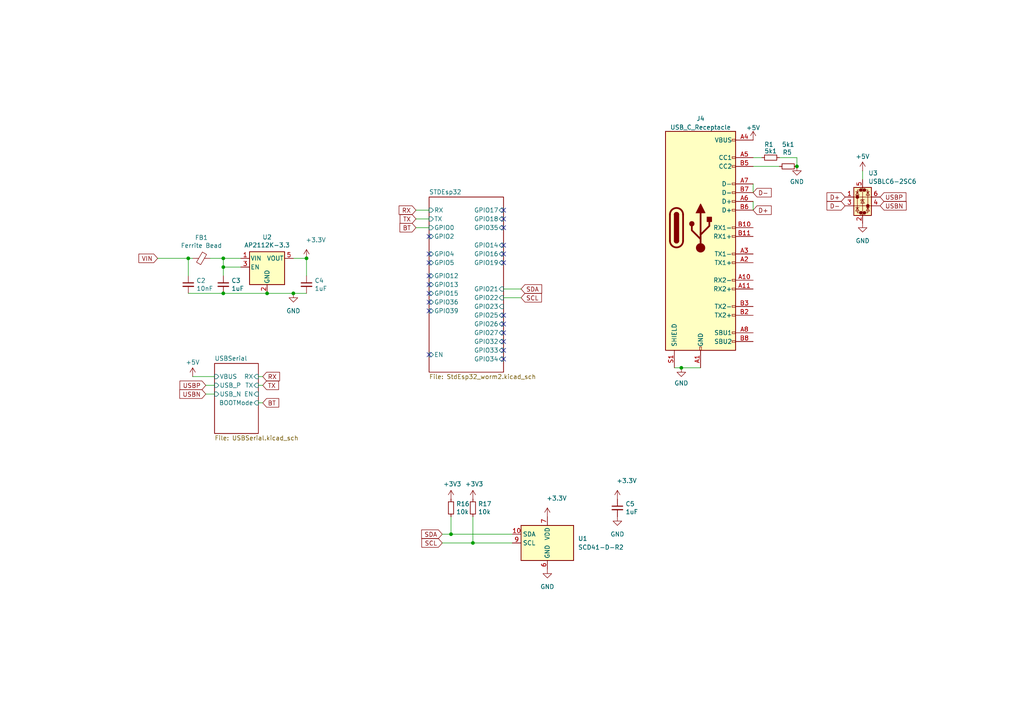
<source format=kicad_sch>
(kicad_sch (version 20250114) (generator "eeschema") (generator_version "9.0")
  (paper "A4")
  (lib_symbols
    (symbol "+3.3V_1" (power) (pin_names (offset 0))
      (property "Value" "+3.3V_1" (at 0 3.556 0))
      (symbol "+3.3V_1_0_1"
        (polyline (pts (xy -0.762 1.27) (xy 0 2.54)))
        (polyline (pts (xy 0 2.54) (xy 0.762 1.27)))
        (polyline (pts (xy 0 0) (xy 0 2.54)))
      )
      (symbol "+3.3V_1_1_1"
        (pin power_in line (at 0 0 90) (length 0) (hide yes) (name "+3.3V") (number "1"))
      )
    )
    (symbol "Connector:USB_C_Receptacle" (pin_names (offset 1.016))
      (property "Reference" "J" (at -10.16 29.21 0))
      (property "Value" "USB_C_Receptacle" (at 10.16 29.21 0))
      (symbol "USB_C_Receptacle_0_0"
        (rectangle (start -0.254 -35.56) (end 0.254 -34.544))
        (rectangle (start 10.16 25.654) (end 9.144 25.146))
        (rectangle (start 10.16 20.574) (end 9.144 20.066))
        (rectangle (start 10.16 18.034) (end 9.144 17.526))
        (rectangle (start 10.16 12.954) (end 9.144 12.446))
        (rectangle (start 10.16 10.414) (end 9.144 9.906))
        (rectangle (start 10.16 7.874) (end 9.144 7.366))
        (rectangle (start 10.16 5.334) (end 9.144 4.826))
        (rectangle (start 10.16 0.254) (end 9.144 -0.254))
        (rectangle (start 10.16 -2.286) (end 9.144 -2.794))
        (rectangle (start 10.16 -7.366) (end 9.144 -7.874))
        (rectangle (start 10.16 -9.906) (end 9.144 -10.414))
        (rectangle (start 10.16 -14.986) (end 9.144 -15.494))
        (rectangle (start 10.16 -17.526) (end 9.144 -18.034))
        (rectangle (start 10.16 -22.606) (end 9.144 -23.114))
        (rectangle (start 10.16 -25.146) (end 9.144 -25.654))
        (rectangle (start 10.16 -30.226) (end 9.144 -30.734))
        (rectangle (start 10.16 -32.766) (end 9.144 -33.274))
      )
      (symbol "USB_C_Receptacle_0_1"
        (rectangle (start -10.16 27.94) (end 10.16 -35.56) (stroke (width 0.254)) (fill (type background)))
        (polyline (pts (xy -8.89 -3.81) (xy -8.89 3.81)) (stroke (width 0.508)))
        (rectangle (start -7.62 -3.81) (end -6.35 3.81) (stroke (width 0.254)) (fill (type outline)))
        (arc (start -7.62 3.81) (mid -6.985 4.4422) (end -6.35 3.81) (stroke (width 0.254)))
        (arc (start -7.62 3.81) (mid -6.985 4.4422) (end -6.35 3.81) (stroke (width 0.254)) (fill (type outline)))
        (arc (start -8.89 3.81) (mid -6.985 5.7066) (end -5.08 3.81) (stroke (width 0.508)))
        (arc (start -5.08 -3.81) (mid -6.985 -5.7066) (end -8.89 -3.81) (stroke (width 0.508)))
        (arc (start -6.35 -3.81) (mid -6.985 -4.4422) (end -7.62 -3.81) (stroke (width 0.254)))
        (arc (start -6.35 -3.81) (mid -6.985 -4.4422) (end -7.62 -3.81) (stroke (width 0.254)) (fill (type outline)))
        (polyline (pts (xy -5.08 3.81) (xy -5.08 -3.81)) (stroke (width 0.508)))
      )
      (symbol "USB_C_Receptacle_1_1"
        (circle (center -2.54 1.143) (radius 0.635) (stroke (width 0.254)) (fill (type outline)))
        (polyline (pts (xy -1.27 4.318) (xy 0 6.858) (xy 1.27 4.318) (xy -1.27 4.318)) (stroke (width 0.254)) (fill (type outline)))
        (polyline (pts (xy 0 -2.032) (xy 2.54 0.508) (xy 2.54 1.778)) (stroke (width 0.508)))
        (polyline (pts (xy 0 -3.302) (xy -2.54 -0.762) (xy -2.54 0.508)) (stroke (width 0.508)))
        (polyline (pts (xy 0 -5.842) (xy 0 4.318)) (stroke (width 0.508)))
        (circle (center 0 -5.842) (radius 1.27) (fill (type outline)))
        (rectangle (start 1.905 1.778) (end 3.175 3.048) (stroke (width 0.254)) (fill (type outline)))
        (pin passive line (at -7.62 -40.64 90) (length 5.08) (name "SHIELD") (number "S1"))
        (pin passive line (at 0 -40.64 90) (length 5.08) (name "GND") (number "A1"))
        (pin passive line (at 0 -40.64 90) (length 5.08) (hide yes) (name "GND") (number "A12"))
        (pin passive line (at 0 -40.64 90) (length 5.08) (hide yes) (name "GND") (number "B1"))
        (pin passive line (at 0 -40.64 90) (length 5.08) (hide yes) (name "GND") (number "B12"))
        (pin passive line (at 15.24 25.4 180) (length 5.08) (name "VBUS") (number "A4"))
        (pin passive line (at 15.24 25.4 180) (length 5.08) (hide yes) (name "VBUS") (number "A9"))
        (pin passive line (at 15.24 25.4 180) (length 5.08) (hide yes) (name "VBUS") (number "B4"))
        (pin passive line (at 15.24 25.4 180) (length 5.08) (hide yes) (name "VBUS") (number "B9"))
        (pin bidirectional line (at 15.24 20.32 180) (length 5.08) (name "CC1") (number "A5"))
        (pin bidirectional line (at 15.24 17.78 180) (length 5.08) (name "CC2") (number "B5"))
        (pin bidirectional line (at 15.24 12.7 180) (length 5.08) (name "D-") (number "A7"))
        (pin bidirectional line (at 15.24 10.16 180) (length 5.08) (name "D-") (number "B7"))
        (pin bidirectional line (at 15.24 7.62 180) (length 5.08) (name "D+") (number "A6"))
        (pin bidirectional line (at 15.24 5.08 180) (length 5.08) (name "D+") (number "B6"))
        (pin bidirectional line (at 15.24 0 180) (length 5.08) (name "RX1-") (number "B10"))
        (pin bidirectional line (at 15.24 -2.54 180) (length 5.08) (name "RX1+") (number "B11"))
        (pin bidirectional line (at 15.24 -7.62 180) (length 5.08) (name "TX1-") (number "A3"))
        (pin bidirectional line (at 15.24 -10.16 180) (length 5.08) (name "TX1+") (number "A2"))
        (pin bidirectional line (at 15.24 -15.24 180) (length 5.08) (name "RX2-") (number "A10"))
        (pin bidirectional line (at 15.24 -17.78 180) (length 5.08) (name "RX2+") (number "A11"))
        (pin bidirectional line (at 15.24 -22.86 180) (length 5.08) (name "TX2-") (number "B3"))
        (pin bidirectional line (at 15.24 -25.4 180) (length 5.08) (name "TX2+") (number "B2"))
        (pin bidirectional line (at 15.24 -30.48 180) (length 5.08) (name "SBU1") (number "A8"))
        (pin bidirectional line (at 15.24 -33.02 180) (length 5.08) (name "SBU2") (number "B8"))
      )
    )
    (symbol "Device:C_Small" (pin_numbers (hide yes)) (pin_names (offset 0.254) (hide yes))
      (property "Reference" "C" (at 0.254 1.778 0))
      (property "Value" "C_Small" (at 0.254 -2.032 0))
      (symbol "C_Small_0_1"
        (polyline (pts (xy -1.524 0.508) (xy 1.524 0.508)) (stroke (width 0.3048)))
        (polyline (pts (xy -1.524 -0.508) (xy 1.524 -0.508)) (stroke (width 0.3302)))
      )
      (symbol "C_Small_1_1"
        (pin passive line (at 0 2.54 270) (length 2.032) (name "~") (number "1"))
        (pin passive line (at 0 -2.54 90) (length 2.032) (name "~") (number "2"))
      )
    )
    (symbol "Device:R_Small" (pin_numbers (hide yes)) (pin_names (offset 0.254) (hide yes))
      (property "Reference" "R" (at 0 0 90))
      (property "Value" "R_Small" (at 1.778 0 90))
      (symbol "R_Small_0_1"
        (rectangle (start -0.762 1.778) (end 0.762 -1.778) (stroke (width 0.2032)))
      )
      (symbol "R_Small_1_1"
        (pin passive line (at 0 2.54 270) (length 0.762) (name "~") (number "1"))
        (pin passive line (at 0 -2.54 90) (length 0.762) (name "~") (number "2"))
      )
    )
    (symbol "GND_7" (power) (pin_names (offset 0))
      (property "Value" "GND_7" (at 0 -3.81 0))
      (symbol "GND_7_0_1"
        (polyline (pts (xy 0 0) (xy 0 -1.27) (xy 1.27 -1.27) (xy 0 -2.54) (xy -1.27 -1.27) (xy 0 -1.27)))
      )
      (symbol "GND_7_1_1"
        (pin power_in line (at 0 0 270) (length 0) (hide yes) (name "GND") (number "1"))
      )
    )
    (symbol "Power_Protection:USBLC6-2SC6" (pin_names (hide yes))
      (property "Reference" "U" (at 0.635 5.715 0))
      (property "Value" "USBLC6-2SC6" (at 0.635 3.81 0))
      (symbol "USBLC6-2SC6_0_0"
        (circle (center -1.524 0) (radius 0.0001) (stroke (width 0.508)))
        (circle (center -0.508 2.032) (radius 0.0001) (stroke (width 0.508)))
        (circle (center -0.508 -4.572) (radius 0.0001) (stroke (width 0.508)))
        (circle (center 0.508 2.032) (radius 0.0001) (stroke (width 0.508)))
        (circle (center 0.508 -4.572) (radius 0.0001) (stroke (width 0.508)))
        (circle (center 1.524 -2.54) (radius 0.0001) (stroke (width 0.508)))
      )
      (symbol "USBLC6-2SC6_0_1"
        (polyline (pts (xy -2.54 0) (xy 2.54 0)))
        (polyline (pts (xy -2.54 -2.54) (xy 2.54 -2.54)))
        (polyline (pts (xy -2.032 0.508) (xy -1.016 0.508) (xy -1.524 1.524) (xy -2.032 0.508)))
        (polyline (pts (xy -2.032 -3.048) (xy -1.016 -3.048)))
        (polyline (pts (xy -1.016 1.524) (xy -2.032 1.524)))
        (polyline (pts (xy -1.016 -4.064) (xy -2.032 -4.064) (xy -1.524 -3.048) (xy -1.016 -4.064)))
        (polyline (pts (xy -0.508 -1.143) (xy -0.508 -0.762) (xy 0.508 -0.762)))
        (polyline (pts (xy 0 2.54) (xy -0.508 2.032) (xy 0.508 2.032) (xy 0 1.524) (xy 0 -4.064) (xy -0.508 -4.572) (xy 0.508 -4.572) (xy 0 -5.08)))
        (polyline (pts (xy 0.508 -1.778) (xy -0.508 -1.778) (xy 0 -0.762) (xy 0.508 -1.778)))
        (polyline (pts (xy 1.016 1.524) (xy 2.032 1.524)))
        (polyline (pts (xy 1.016 -3.048) (xy 2.032 -3.048)))
        (polyline (pts (xy 2.032 0.508) (xy 1.016 0.508) (xy 1.524 1.524) (xy 2.032 0.508)))
        (polyline (pts (xy 2.032 -4.064) (xy 1.016 -4.064) (xy 1.524 -3.048) (xy 2.032 -4.064)))
      )
      (symbol "USBLC6-2SC6_1_1"
        (rectangle (start -2.54 2.794) (end 2.54 -5.334) (stroke (width 0.254)) (fill (type background)))
        (polyline (pts (xy -0.508 2.032) (xy -1.524 2.032) (xy -1.524 -4.572) (xy -0.508 -4.572)))
        (polyline (pts (xy 0.508 -4.572) (xy 1.524 -4.572) (xy 1.524 2.032) (xy 0.508 2.032)))
        (pin passive line (at -5.08 0 0) (length 2.54) (name "I/O1") (number "1"))
        (pin passive line (at -5.08 -2.54 0) (length 2.54) (name "I/O2") (number "3"))
        (pin passive line (at 0 5.08 270) (length 2.54) (name "VBUS") (number "5"))
        (pin passive line (at 0 -7.62 90) (length 2.54) (name "GND") (number "2"))
        (pin passive line (at 5.08 0 180) (length 2.54) (name "I/O1") (number "6"))
        (pin passive line (at 5.08 -2.54 180) (length 2.54) (name "I/O2") (number "4"))
      )
    )
    (symbol "Programmer-rescue:AP2112K-3.3-Regulator_Linear" (pin_names (offset 0.254))
      (property "Reference" "U" (at -5.08 5.715 0))
      (property "Value" "Regulator_Linear_AP2112K-3.3" (at 0 5.715 0))
      (symbol "AP2112K-3.3-Regulator_Linear_0_1"
        (rectangle (start -5.08 4.445) (end 5.08 -5.08) (stroke (width 0.254)) (fill (type background)))
      )
      (symbol "AP2112K-3.3-Regulator_Linear_1_1"
        (pin power_in line (at -7.62 2.54 0) (length 2.54) (name "VIN") (number "1"))
        (pin input line (at -7.62 0 0) (length 2.54) (name "EN") (number "3"))
        (pin power_in line (at 0 -7.62 90) (length 2.54) (name "GND") (number "2"))
        (pin power_out line (at 7.62 2.54 180) (length 2.54) (name "VOUT") (number "5"))
        (pin no_connect line (at 7.62 0 180) (length 2.54) (hide yes) (name "NC") (number "4"))
      )
    )
    (symbol "Programmer-rescue:Ferrite_Bead_Small-Device" (pin_numbers (hide yes)) (pin_names (offset 0))
      (property "Reference" "FB" (at 1.905 1.27 0))
      (property "Value" "Device_Ferrite_Bead_Small" (at 1.905 -1.27 0))
      (symbol "Ferrite_Bead_Small-Device_0_1"
        (polyline (pts (xy -1.8288 0.2794) (xy -1.1176 1.4986) (xy 1.8288 -0.2032) (xy 1.1176 -1.4224) (xy -1.8288 0.2794)))
        (polyline (pts (xy 0 0.889) (xy 0 1.2954)))
        (polyline (pts (xy 0 -1.27) (xy 0 -0.7874)))
      )
      (symbol "Ferrite_Bead_Small-Device_1_1"
        (pin passive line (at 0 2.54 270) (length 1.27) (name "~") (number "1"))
        (pin passive line (at 0 -2.54 90) (length 1.27) (name "~") (number "2"))
      )
    )
    (symbol "Sensor_Gas:SCD41-D-R2"
      (property "Reference" "U" (at -7.62 6.35 0))
      (property "Value" "SCD41-D-R2" (at 6.985 6.35 0))
      (symbol "SCD41-D-R2_0_1"
        (rectangle (start 7.62 5.08) (end -7.62 -5.08) (stroke (width 0.254)) (fill (type background)))
      )
      (symbol "SCD41-D-R2_1_1"
        (pin passive line (at 0 7.62 270) (length 2.54) (hide yes) (name "VDD") (number "19"))
        (pin power_in line (at 0 7.62 270) (length 2.54) (name "VDD") (number "7"))
        (pin passive line (at 0 -7.62 90) (length 2.54) (hide yes) (name "GND") (number "20"))
        (pin passive line (at 0 -7.62 90) (length 2.54) (hide yes) (name "GND") (number "21"))
        (pin power_in line (at 0 -7.62 90) (length 2.54) (name "GND") (number "6"))
        (pin bidirectional line (at 10.16 2.54 180) (length 2.54) (name "SDA") (number "10"))
        (pin input line (at 10.16 0 180) (length 2.54) (name "SCL") (number "9"))
      )
    )
    (symbol "power:+3V3" (power) (pin_numbers (hide yes)) (pin_names (offset 0) (hide yes))
      (property "Value" "+3V3" (at 0 3.556 0))
      (symbol "+3V3_0_1"
        (polyline (pts (xy -0.762 1.27) (xy 0 2.54)))
        (polyline (pts (xy 0 2.54) (xy 0.762 1.27)))
        (polyline (pts (xy 0 0) (xy 0 2.54)))
      )
      (symbol "+3V3_1_1"
        (pin power_in line (at 0 0 90) (length 0) (name "~") (number "1"))
      )
    )
    (symbol "power:+5V" (power) (pin_numbers (hide yes)) (pin_names (offset 0) (hide yes))
      (property "Value" "+5V" (at 0 3.556 0))
      (symbol "+5V_0_1"
        (polyline (pts (xy -0.762 1.27) (xy 0 2.54)))
        (polyline (pts (xy 0 2.54) (xy 0.762 1.27)))
        (polyline (pts (xy 0 0) (xy 0 2.54)))
      )
      (symbol "+5V_1_1"
        (pin power_in line (at 0 0 90) (length 0) (name "~") (number "1"))
      )
    )
    (symbol "power:GND" (power) (pin_names (offset 0))
      (property "Value" "GND" (at 0 -3.81 0))
      (symbol "GND_0_1"
        (polyline (pts (xy 0 0) (xy 0 -1.27) (xy 1.27 -1.27) (xy 0 -2.54) (xy -1.27 -1.27) (xy 0 -1.27)))
      )
      (symbol "GND_1_1"
        (pin power_in line (at 0 0 270) (length 0) (hide yes) (name "GND") (number "1"))
      )
    )
  )
  (junction (at 231.14 48.26))
  (junction (at 85.09 85.09))
  (junction (at 64.77 77.47))
  (junction (at 64.77 85.09))
  (junction (at 88.9 74.93))
  (junction (at 54.61 74.93))
  (junction (at 197.612 106.68))
  (junction (at 64.77 74.93))
  (junction (at 137.16 157.48))
  (junction (at 130.81 154.94))
  (junction (at 77.47 85.09))
  (no_connect (at 146.05 60.96))
  (no_connect (at 146.05 63.5))
  (no_connect (at 146.05 73.66))
  (no_connect (at 146.05 99.06))
  (no_connect (at 124.46 73.66))
  (no_connect (at 124.46 68.58))
  (no_connect (at 124.46 102.87))
  (no_connect (at 124.46 85.09))
  (no_connect (at 146.05 101.6))
  (no_connect (at 124.46 90.17))
  (no_connect (at 124.46 76.2))
  (no_connect (at 146.05 76.2))
  (no_connect (at 146.05 104.14))
  (no_connect (at 146.05 66.04))
  (no_connect (at 124.46 82.55))
  (no_connect (at 146.05 93.98))
  (no_connect (at 146.05 91.44))
  (no_connect (at 124.46 80.01))
  (no_connect (at 124.46 87.63))
  (no_connect (at 146.05 96.52))
  (no_connect (at 146.05 71.12))
  (wire (pts (xy 88.9 74.93) (xy 88.9 80.01)))
  (wire (pts (xy 195.58 106.68) (xy 197.612 106.68)))
  (wire (pts (xy 59.69 111.76) (xy 62.23 111.76)))
  (wire (pts (xy 74.93 109.22) (xy 76.2 109.22)))
  (wire (pts (xy 55.88 74.93) (xy 54.61 74.93)))
  (wire (pts (xy 64.77 85.09) (xy 54.61 85.09)))
  (wire (pts (xy 69.85 74.93) (xy 64.77 74.93)))
  (wire (pts (xy 250.19 49.53) (xy 250.19 52.07)))
  (wire (pts (xy 146.05 83.82) (xy 151.13 83.82)))
  (wire (pts (xy 130.81 149.86) (xy 130.81 154.94)))
  (wire (pts (xy 137.16 157.48) (xy 148.59 157.48)))
  (wire (pts (xy 55.88 109.22) (xy 62.23 109.22)))
  (wire (pts (xy 130.81 154.94) (xy 128.27 154.94)))
  (wire (pts (xy 85.09 85.09) (xy 77.47 85.09)))
  (wire (pts (xy 197.612 106.68) (xy 203.2 106.68)))
  (wire (pts (xy 146.05 86.36) (xy 151.13 86.36)))
  (wire (pts (xy 74.93 116.84) (xy 76.2 116.84)))
  (wire (pts (xy 45.72 74.93) (xy 54.61 74.93)))
  (wire (pts (xy 60.96 74.93) (xy 64.77 74.93)))
  (wire (pts (xy 64.77 85.09) (xy 77.47 85.09)))
  (wire (pts (xy 54.61 74.93) (xy 54.61 80.01)))
  (wire (pts (xy 69.85 77.47) (xy 64.77 77.47)))
  (wire (pts (xy 137.16 157.48) (xy 128.27 157.48)))
  (wire (pts (xy 137.16 149.86) (xy 137.16 157.48)))
  (wire (pts (xy 218.44 48.26) (xy 226.06 48.26)))
  (wire (pts (xy 218.44 45.72) (xy 220.98 45.72)))
  (wire (pts (xy 59.69 114.3) (xy 62.23 114.3)))
  (wire (pts (xy 218.44 53.34) (xy 218.44 55.88)))
  (wire (pts (xy 120.65 63.5) (xy 124.46 63.5)))
  (wire (pts (xy 130.81 154.94) (xy 148.59 154.94)))
  (wire (pts (xy 226.06 45.72) (xy 231.14 45.72)))
  (wire (pts (xy 120.65 60.96) (xy 124.46 60.96)))
  (wire (pts (xy 218.44 58.42) (xy 218.44 60.96)))
  (wire (pts (xy 74.93 111.76) (xy 76.2 111.76)))
  (wire (pts (xy 85.09 74.93) (xy 88.9 74.93)))
  (wire (pts (xy 120.65 66.04) (xy 124.46 66.04)))
  (wire (pts (xy 64.77 77.47) (xy 64.77 80.01)))
  (wire (pts (xy 88.9 85.09) (xy 85.09 85.09)))
  (wire (pts (xy 231.14 45.72) (xy 231.14 48.26)))
  (wire (pts (xy 64.77 74.93) (xy 64.77 77.47)))
  (global_label "BT" (shape input) (at 76.2 116.84 0) (property "Intersheetrefs" "${INTERSHEET_REFS}" (effects (hide yes))))
  (global_label "SCL" (shape input) (at 128.27 157.48 180) (property "Intersheetrefs" "${INTERSHEET_REFS}" (effects (hide yes))))
  (global_label "TX" (shape input) (at 120.65 63.5 180) (property "Intersheetrefs" "${INTERSHEET_REFS}" (effects (hide yes))))
  (global_label "USBN" (shape input) (at 255.27 59.69 0) (property "Intersheetrefs" "${INTERSHEET_REFS}" (effects (hide yes))))
  (global_label "RX" (shape input) (at 120.65 60.96 180) (property "Intersheetrefs" "${INTERSHEET_REFS}" (effects (hide yes))))
  (global_label "D+" (shape input) (at 218.44 60.96 0) (property "Intersheetrefs" "${INTERSHEET_REFS}" (effects (hide yes))))
  (global_label "D-" (shape input) (at 218.44 55.88 0) (property "Intersheetrefs" "${INTERSHEET_REFS}" (effects (hide yes))))
  (global_label "SCL" (shape input) (at 151.13 86.36 0) (property "Intersheetrefs" "${INTERSHEET_REFS}" (effects (hide yes))))
  (global_label "D+" (shape input) (at 245.11 57.15 180) (property "Intersheetrefs" "${INTERSHEET_REFS}" (effects (hide yes))))
  (global_label "RX" (shape input) (at 76.2 109.22 0) (property "Intersheetrefs" "${INTERSHEET_REFS}" (effects (hide yes))))
  (global_label "BT" (shape input) (at 120.65 66.04 180) (property "Intersheetrefs" "${INTERSHEET_REFS}" (effects (hide yes))))
  (global_label "USBP" (shape input) (at 59.69 111.76 180) (property "Intersheetrefs" "${INTERSHEET_REFS}" (effects (hide yes))))
  (global_label "SDA" (shape input) (at 128.27 154.94 180) (property "Intersheetrefs" "${INTERSHEET_REFS}" (effects (hide yes))))
  (global_label "USBP" (shape input) (at 255.27 57.15 0) (property "Intersheetrefs" "${INTERSHEET_REFS}" (effects (hide yes))))
  (global_label "USBN" (shape input) (at 59.69 114.3 180) (property "Intersheetrefs" "${INTERSHEET_REFS}" (effects (hide yes))))
  (global_label "VIN" (shape input) (at 45.72 74.93 180) (property "Intersheetrefs" "${INTERSHEET_REFS}" (effects (hide yes))))
  (global_label "TX" (shape input) (at 76.2 111.76 0) (property "Intersheetrefs" "${INTERSHEET_REFS}" (effects (hide yes))))
  (global_label "D-" (shape input) (at 245.11 59.69 180) (property "Intersheetrefs" "${INTERSHEET_REFS}" (effects (hide yes))))
  (global_label "SDA" (shape input) (at 151.13 83.82 0) (property "Intersheetrefs" "${INTERSHEET_REFS}" (effects (hide yes))))
  (symbol (lib_id "power:+3V3") (at 137.16 144.78 0) (unit 1)
    (property "Reference" "#PWR0118" (effects (hide yes)))
    (property "Value" "+3V3" (at 137.541 140.3858 0))
  )
  (symbol (lib_id "power:+3V3") (at 130.81 144.78 0) (unit 1)
    (property "Reference" "#PWR0119" (effects (hide yes)))
    (property "Value" "+3V3" (at 131.191 140.3858 0))
  )
  (symbol (lib_id "Connector:USB_C_Receptacle") (at 203.2 66.04 0) (unit 1)
    (property "Reference" "J4" (at 203.2 34.4002 0))
    (property "Value" "USB_C_Receptacle" (at 203.2 36.9371 0))
    (property "Footprint" "Connector_USB:USB_C_Receptacle_HRO_TYPE-C-31-M-12" (effects (hide yes)))
    (property "Datasheet" "https://www.usb.org/sites/default/files/documents/usb_type-c.zip" (effects (hide yes)))
    (property "LCSC" "C709357" (effects (hide yes)))
  )
  (symbol (lib_id "Programmer-rescue:Ferrite_Bead_Small-Device") (at 58.42 74.93 270) (unit 1)
    (property "Reference" "FB1" (at 58.42 68.9102 90))
    (property "Value" "Ferrite Bead" (at 58.42 71.2216 90))
    (property "Footprint" "Inductor_SMD:L_0603_1608Metric" (effects (hide yes)))
  )
  (symbol (lib_name "GND_7") (lib_id "power:GND") (at 158.75 165.1 0) (unit 1)
    (property "Reference" "#PWR012" (effects (hide yes)))
    (property "Value" "GND" (at 158.75 170.18 0))
  )
  (symbol (lib_id "Device:C_Small") (at 179.07 147.32 0) (unit 1)
    (property "Reference" "C5" (at 181.4068 146.1516 0) (effects (justify left)))
    (property "Value" "1uF" (at 181.4068 148.463 0) (effects (justify left)))
    (property "Footprint" "Capacitor_SMD:C_0603_1608Metric" (effects (hide yes)))
  )
  (symbol (lib_id "Device:R_Small") (at 130.81 147.32 0) (unit 1)
    (property "Reference" "R16" (at 132.3086 146.1516 0) (effects (justify left)))
    (property "Value" "10k" (at 132.3086 148.463 0) (effects (justify left)))
    (property "Footprint" "Resistor_SMD:R_0805_2012Metric" (effects (hide yes)))
  )
  (symbol (lib_name "GND_7") (lib_id "power:GND") (at 250.19 64.77 0) (unit 1)
    (property "Reference" "#PWR09" (effects (hide yes)))
    (property "Value" "GND" (at 250.19 69.85 0))
  )
  (symbol (lib_id "power:GND") (at 231.14 48.26 0) (unit 1)
    (property "Reference" "#PWR0113" (effects (hide yes)))
    (property "Value" "GND" (at 231.14 52.7034 0))
  )
  (symbol (lib_name "+3.3V_1") (lib_id "power:+3.3V") (at 88.9 74.93 0) (unit 1)
    (property "Reference" "#PWR010" (effects (hide yes)))
    (property "Value" "+3.3V" (at 88.646 69.596 0) (effects (justify left)))
  )
  (symbol (lib_name "GND_7") (lib_id "power:GND") (at 85.09 85.09 0) (unit 1)
    (property "Reference" "#PWR07" (effects (hide yes)))
    (property "Value" "GND" (at 85.09 90.17 0))
  )
  (symbol (lib_id "Device:R_Small") (at 137.16 147.32 0) (unit 1)
    (property "Reference" "R17" (at 138.6586 146.1516 0) (effects (justify left)))
    (property "Value" "10k" (at 138.6586 148.463 0) (effects (justify left)))
    (property "Footprint" "Resistor_SMD:R_0805_2012Metric" (effects (hide yes)))
  )
  (symbol (lib_id "Device:R_Small") (at 223.52 45.72 90) (unit 1)
    (property "Reference" "R1" (at 223.012 41.91 90))
    (property "Value" "5k1" (at 223.52 43.8205 90))
    (property "Footprint" "Resistor_SMD:R_0805_2012Metric" (effects (hide yes)))
  )
  (symbol (lib_id "Device:R_Small") (at 228.6 48.26 90) (unit 1)
    (property "Reference" "R5" (at 228.346 44.196 90))
    (property "Value" "5k1" (at 228.6 41.91 90))
    (property "Footprint" "Resistor_SMD:R_0805_2012Metric" (effects (hide yes)))
  )
  (symbol (lib_id "power:+5V") (at 218.44 40.64 0) (unit 1)
    (property "Reference" "#PWR0107" (effects (hide yes)))
    (property "Value" "+5V" (at 218.44 37.0642 0))
  )
  (symbol (lib_id "Device:C_Small") (at 88.9 82.55 0) (unit 1)
    (property "Reference" "C4" (at 91.2368 81.3816 0) (effects (justify left)))
    (property "Value" "1uF" (at 91.2368 83.693 0) (effects (justify left)))
    (property "Footprint" "Capacitor_SMD:C_0603_1608Metric" (effects (hide yes)))
  )
  (symbol (lib_id "Device:C_Small") (at 64.77 82.55 0) (unit 1)
    (property "Reference" "C3" (at 67.1068 81.3816 0) (effects (justify left)))
    (property "Value" "1uF" (at 67.1068 83.693 0) (effects (justify left)))
    (property "Footprint" "Capacitor_SMD:C_0603_1608Metric" (effects (hide yes)))
  )
  (symbol (lib_id "power:GND") (at 197.612 106.68 0) (unit 1)
    (property "Reference" "#PWR0114" (effects (hide yes)))
    (property "Value" "GND" (at 197.612 111.1234 0))
  )
  (symbol (lib_id "power:+5V") (at 55.88 109.22 0) (unit 1)
    (property "Reference" "#PWR015" (effects (hide yes)))
    (property "Value" "+5V" (at 55.88 105.0869 0))
    (property "Description" "Power symbol creates a global label with name \"+5V\"" (effects (hide yes)))
  )
  (symbol (lib_name "+3.3V_1") (lib_id "power:+3.3V") (at 158.75 149.86 0) (unit 1)
    (property "Reference" "#PWR011" (effects (hide yes)))
    (property "Value" "+3.3V" (at 158.496 144.526 0) (effects (justify left)))
  )
  (symbol (lib_id "power:+5V") (at 250.19 49.53 0) (unit 1)
    (property "Reference" "#PWR08" (effects (hide yes)))
    (property "Value" "+5V" (at 250.19 45.3969 0))
    (property "Description" "Power symbol creates a global label with name \"+5V\"" (effects (hide yes)))
  )
  (symbol (lib_id "Programmer-rescue:AP2112K-3.3-Regulator_Linear") (at 77.47 77.47 0) (unit 1)
    (property "Reference" "U2" (at 77.47 68.7832 0))
    (property "Value" "AP2112K-3.3" (at 77.47 71.0946 0))
    (property "Footprint" "Package_TO_SOT_SMD:SOT-23-5" (effects (hide yes)))
    (property "Datasheet" "https://www.diodes.com/assets/Datasheets/AP2112.pdf" (effects (hide yes)))
  )
  (symbol (lib_name "+3.3V_1") (lib_id "power:+3.3V") (at 179.07 144.78 0) (unit 1)
    (property "Reference" "#PWR013" (effects (hide yes)))
    (property "Value" "+3.3V" (at 178.816 139.446 0) (effects (justify left)))
  )
  (symbol (lib_id "Device:C_Small") (at 54.61 82.55 0) (unit 1)
    (property "Reference" "C2" (at 56.9468 81.3816 0) (effects (justify left)))
    (property "Value" "10nF" (at 56.9468 83.693 0) (effects (justify left)))
    (property "Footprint" "Capacitor_SMD:C_0603_1608Metric" (effects (hide yes)))
  )
  (symbol (lib_name "GND_7") (lib_id "power:GND") (at 179.07 149.86 0) (unit 1)
    (property "Reference" "#PWR014" (effects (hide yes)))
    (property "Value" "GND" (at 179.07 154.94 0))
  )
  (symbol (lib_id "Sensor_Gas:SCD41-D-R2") (at 158.75 157.48 0) (mirror y) (unit 1)
    (property "Reference" "U1" (at 167.64 156.2099 0) (effects (justify right)))
    (property "Value" "SCD41-D-R2" (at 167.64 158.7499 0) (effects (justify right)))
    (property "Footprint" "Sensor:Sensirion_SCD4x-1EP_10.1x10.1mm_P1.25mm_EP4.8x4.8mm" (effects (hide yes)))
    (property "Datasheet" "https://sensirion.com/media/documents/E0F04247/631EF271/CD_DS_SCD40_SCD41_Datasheet_D1.pdf" (effects (hide yes)))
    (property "Description" "Photoacoustic CO2 sensor, 40 000 ppm, I2C, 2.4-5.5 V, High accuracy  400 - 5000 ppm" (effects (hide yes)))
  )
  (symbol (lib_id "Power_Protection:USBLC6-2SC6") (at 250.19 57.15 0) (unit 1)
    (property "Reference" "U3" (at 251.8411 50.2115 0) (effects (justify left)))
    (property "Value" "USBLC6-2SC6" (at 251.8411 52.6358 0) (effects (justify left)))
    (property "Footprint" "Package_TO_SOT_SMD:SOT-23-6" (effects (hide yes)))
    (property "Datasheet" "https://www.st.com/resource/en/datasheet/usblc6-2.pdf" (effects (hide yes)))
    (property "Description" "Very low capacitance ESD protection diode, 2 data-line, SOT-23-6" (effects (hide yes)))
  )
  (sheet (at 124.46 57.15) (size 21.59 50.8) (stroke (width 0.1524))
    (property "Sheetname" "STDEsp32" (at 124.46 56.4384 0) (effects (justify left bottom)))
    (property "Sheetfile" "StdEsp32_worm2.kicad_sch" (at 124.46 108.5346 0) (effects (justify left top)))
    (pin "GPIO0" input (at 124.46 66.04 180))
    (pin "GPIO2" input (at 124.46 68.58 180))
    (pin "GPIO4" input (at 124.46 73.66 180))
    (pin "GPIO5" input (at 124.46 76.2 180))
    (pin "RX" input (at 124.46 60.96 180))
    (pin "TX" input (at 124.46 63.5 180))
    (pin "EN" input (at 124.46 102.87 180))
    (pin "GPIO14" input (at 146.05 71.12 0))
    (pin "GPIO16" input (at 146.05 73.66 0))
    (pin "GPIO35" input (at 146.05 66.04 0))
    (pin "GPIO18" input (at 146.05 63.5 0))
    (pin "GPIO17" input (at 146.05 60.96 0))
    (pin "GPIO13" input (at 124.46 82.55 180))
    (pin "GPIO15" input (at 124.46 85.09 180))
    (pin "GPIO12" input (at 124.46 80.01 180))
    (pin "GPIO19" input (at 146.05 76.2 0))
    (pin "GPIO21" input (at 146.05 83.82 0))
    (pin "GPIO22" input (at 146.05 86.36 0))
    (pin "GPIO23" input (at 146.05 88.9 0))
    (pin "GPIO25" input (at 146.05 91.44 0))
    (pin "GPIO26" input (at 146.05 93.98 0))
    (pin "GPIO27" input (at 146.05 96.52 0))
    (pin "GPIO32" input (at 146.05 99.06 0))
    (pin "GPIO33" input (at 146.05 101.6 0))
    (pin "GPIO34" input (at 146.05 104.14 0))
    (pin "GPIO36" input (at 124.46 87.63 180))
    (pin "GPIO39" input (at 124.46 90.17 180))
  )
  (sheet (at 62.23 105.41) (size 12.7 20.32) (stroke (width 0.1524))
    (property "Sheetname" "USBSerial" (at 62.23 104.6984 0) (effects (justify left bottom)))
    (property "Sheetfile" "USBSerial.kicad_sch" (at 62.23 126.3146 0) (effects (justify left top)))
    (pin "VBUS" input (at 62.23 109.22 180))
    (pin "USB_P" input (at 62.23 111.76 180))
    (pin "RX" input (at 74.93 109.22 0))
    (pin "TX" input (at 74.93 111.76 0))
    (pin "USB_N" input (at 62.23 114.3 180))
    (pin "EN" input (at 74.93 114.3 0))
    (pin "BOOTMode" input (at 74.93 116.84 0))
  )
)
</source>
